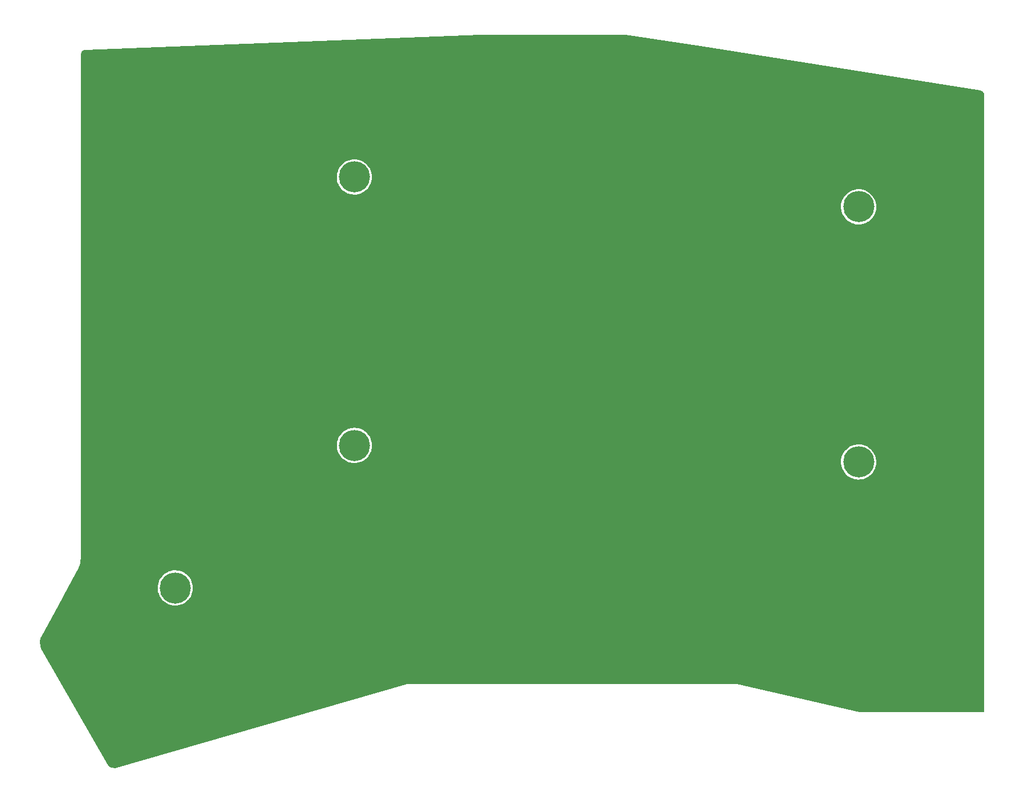
<source format=gtl>
G04 #@! TF.GenerationSoftware,KiCad,Pcbnew,(6.0.11-0)*
G04 #@! TF.CreationDate,2023-05-27T14:14:42+01:00*
G04 #@! TF.ProjectId,SofleKeyboardBottomPlate,536f666c-654b-4657-9962-6f617264426f,rev?*
G04 #@! TF.SameCoordinates,Original*
G04 #@! TF.FileFunction,Copper,L1,Top*
G04 #@! TF.FilePolarity,Positive*
%FSLAX46Y46*%
G04 Gerber Fmt 4.6, Leading zero omitted, Abs format (unit mm)*
G04 Created by KiCad (PCBNEW (6.0.11-0)) date 2023-05-27 14:14:42*
%MOMM*%
%LPD*%
G01*
G04 APERTURE LIST*
G04 #@! TA.AperFunction,ComponentPad*
%ADD10C,4.700000*%
G04 #@! TD*
G04 APERTURE END LIST*
D10*
X206725000Y-62175000D03*
X130725000Y-57675000D03*
X206725000Y-100675000D03*
X130725000Y-98175000D03*
X103725000Y-119675000D03*
G04 #@! TA.AperFunction,NonConductor*
G36*
X171644889Y-36185040D02*
G01*
X182845363Y-37952230D01*
X225091667Y-44617774D01*
X225103280Y-44620171D01*
X225220781Y-44650253D01*
X225242034Y-44657776D01*
X225324081Y-44695385D01*
X225343329Y-44706350D01*
X225416701Y-44757181D01*
X225433497Y-44771116D01*
X225496921Y-44833770D01*
X225510996Y-44850304D01*
X225562740Y-44922943D01*
X225573807Y-44941733D01*
X225612288Y-45022287D01*
X225620047Y-45043054D01*
X225644070Y-45130045D01*
X225648101Y-45152206D01*
X225659166Y-45274229D01*
X225659681Y-45285608D01*
X225659453Y-59593022D01*
X225658202Y-138298321D01*
X225638199Y-138366441D01*
X225584542Y-138412933D01*
X225532202Y-138424319D01*
X213001281Y-138424320D01*
X206903895Y-138424320D01*
X206875781Y-138421144D01*
X188401937Y-134192558D01*
X188388822Y-134188037D01*
X188388787Y-134188151D01*
X188380205Y-134185527D01*
X188372080Y-134181713D01*
X188363217Y-134180333D01*
X188363206Y-134180330D01*
X188321686Y-134173867D01*
X188312962Y-134172192D01*
X188299767Y-134169172D01*
X188295308Y-134168802D01*
X188295301Y-134168801D01*
X188287362Y-134168143D01*
X188286601Y-134168080D01*
X188277643Y-134167012D01*
X188261493Y-134164498D01*
X188252783Y-134164498D01*
X188248659Y-134164499D01*
X188238245Y-134164068D01*
X188191367Y-134160179D01*
X188182572Y-134161978D01*
X188182198Y-134162000D01*
X188157484Y-134164503D01*
X138929736Y-134166498D01*
X138909853Y-134164919D01*
X138896316Y-134162756D01*
X138896315Y-134162756D01*
X138887447Y-134161339D01*
X138849654Y-134166128D01*
X138845883Y-134166501D01*
X138842594Y-134166501D01*
X138812087Y-134170872D01*
X138810094Y-134171141D01*
X138803667Y-134171955D01*
X138776417Y-134175408D01*
X138773242Y-134176323D01*
X138769619Y-134176955D01*
X138734921Y-134181926D01*
X138718175Y-134189541D01*
X138710691Y-134192944D01*
X138693418Y-134199321D01*
X94627098Y-146895212D01*
X94569675Y-146898105D01*
X94210327Y-146832769D01*
X94193022Y-146828335D01*
X93903714Y-146731898D01*
X93861559Y-146708030D01*
X93688549Y-146559736D01*
X93661359Y-146526947D01*
X83502398Y-128885044D01*
X83490902Y-128858373D01*
X83381114Y-128492413D01*
X83376235Y-128466671D01*
X83333935Y-127959072D01*
X83333500Y-127948608D01*
X83333500Y-127637826D01*
X83335947Y-127613115D01*
X83373610Y-127424800D01*
X83404985Y-127267924D01*
X83417648Y-127232807D01*
X83560648Y-126967765D01*
X86070454Y-122315968D01*
X87510351Y-119647194D01*
X101069801Y-119647194D01*
X101085691Y-119966382D01*
X101086332Y-119970113D01*
X101086333Y-119970121D01*
X101099261Y-120045354D01*
X101139812Y-120281350D01*
X101231381Y-120587535D01*
X101232894Y-120591006D01*
X101232896Y-120591012D01*
X101320261Y-120791459D01*
X101359070Y-120880501D01*
X101521031Y-121156006D01*
X101523332Y-121159021D01*
X101712617Y-121407044D01*
X101712622Y-121407049D01*
X101714917Y-121410057D01*
X101937920Y-121638976D01*
X102006408Y-121694140D01*
X102183856Y-121837068D01*
X102183861Y-121837072D01*
X102186809Y-121839446D01*
X102457979Y-122008563D01*
X102747502Y-122143877D01*
X102751112Y-122145060D01*
X102751116Y-122145062D01*
X102933863Y-122204970D01*
X103051185Y-122243430D01*
X103364628Y-122305777D01*
X103368400Y-122306064D01*
X103368408Y-122306065D01*
X103679515Y-122329730D01*
X103679520Y-122329730D01*
X103683292Y-122330017D01*
X104002559Y-122315799D01*
X104006297Y-122315177D01*
X104006305Y-122315176D01*
X104314072Y-122263949D01*
X104314080Y-122263947D01*
X104317806Y-122263327D01*
X104624466Y-122173363D01*
X104918097Y-122047209D01*
X104921375Y-122045305D01*
X104921381Y-122045302D01*
X105082126Y-121951933D01*
X105194445Y-121886693D01*
X105449509Y-121694140D01*
X105679592Y-121472339D01*
X105730298Y-121410057D01*
X105878965Y-121227447D01*
X105881362Y-121224503D01*
X106051897Y-120954222D01*
X106188725Y-120665411D01*
X106213547Y-120591012D01*
X106288669Y-120365841D01*
X106289866Y-120362254D01*
X106353854Y-120049141D01*
X106379763Y-119730609D01*
X106380345Y-119675000D01*
X106378898Y-119650986D01*
X106361341Y-119359773D01*
X106361341Y-119359769D01*
X106361113Y-119355995D01*
X106303697Y-119041611D01*
X106208927Y-118736402D01*
X106078176Y-118444789D01*
X105913339Y-118170996D01*
X105911012Y-118168012D01*
X105911007Y-118168005D01*
X105719140Y-117921984D01*
X105719138Y-117921981D01*
X105716804Y-117918989D01*
X105491416Y-117692418D01*
X105360725Y-117589390D01*
X105243419Y-117496913D01*
X105243412Y-117496908D01*
X105240441Y-117494566D01*
X104967515Y-117328297D01*
X104676591Y-117196022D01*
X104371882Y-117099655D01*
X104232342Y-117073415D01*
X104061527Y-117041293D01*
X104061522Y-117041292D01*
X104057803Y-117040593D01*
X103738903Y-117019691D01*
X103735124Y-117019899D01*
X103735122Y-117019899D01*
X103638214Y-117025232D01*
X103419802Y-117037253D01*
X103416075Y-117037914D01*
X103416071Y-117037914D01*
X103162324Y-117082884D01*
X103105122Y-117093022D01*
X103101497Y-117094127D01*
X103101492Y-117094128D01*
X102863656Y-117166616D01*
X102799421Y-117186193D01*
X102507127Y-117315415D01*
X102232475Y-117478816D01*
X102229474Y-117481132D01*
X102229470Y-117481134D01*
X101982445Y-117671712D01*
X101979442Y-117674029D01*
X101751694Y-117898227D01*
X101552530Y-118148163D01*
X101384835Y-118420215D01*
X101251038Y-118710443D01*
X101153078Y-119014643D01*
X101152359Y-119018359D01*
X101152357Y-119018367D01*
X101147860Y-119041611D01*
X101092372Y-119328408D01*
X101092105Y-119332184D01*
X101092104Y-119332189D01*
X101090151Y-119359773D01*
X101069801Y-119647194D01*
X87510351Y-119647194D01*
X89138639Y-116629247D01*
X89140822Y-116625739D01*
X89143573Y-116622849D01*
X89175260Y-116561417D01*
X89176351Y-116559349D01*
X89187727Y-116538264D01*
X89189857Y-116534317D01*
X89191091Y-116530963D01*
X89192534Y-116527975D01*
X89192645Y-116527712D01*
X89194878Y-116523383D01*
X89203898Y-116496323D01*
X89205181Y-116492664D01*
X89224312Y-116440664D01*
X89224313Y-116440662D01*
X89227413Y-116432234D01*
X89227851Y-116425800D01*
X89229848Y-116418473D01*
X89384463Y-115954629D01*
X89388539Y-115944021D01*
X89391023Y-115938337D01*
X89395746Y-115930706D01*
X89410965Y-115875660D01*
X89412872Y-115869403D01*
X89417535Y-115855414D01*
X89418952Y-115851162D01*
X89419752Y-115846752D01*
X89419755Y-115846741D01*
X89420258Y-115843970D01*
X89422787Y-115832901D01*
X89424270Y-115827535D01*
X89425570Y-115822835D01*
X89426132Y-115817984D01*
X89427712Y-115804345D01*
X89428899Y-115796345D01*
X89438373Y-115744137D01*
X89437432Y-115735204D01*
X89437766Y-115726238D01*
X89438152Y-115726252D01*
X89438216Y-115713606D01*
X89449728Y-115614182D01*
X89503835Y-115146853D01*
X89504497Y-115141970D01*
X89508010Y-115119407D01*
X89508758Y-115114605D01*
X89508758Y-115109740D01*
X89508810Y-115109068D01*
X89508881Y-115105868D01*
X89509067Y-115101666D01*
X89509582Y-115097213D01*
X89508803Y-115068346D01*
X89508757Y-115064949D01*
X89508445Y-98147194D01*
X128069801Y-98147194D01*
X128085691Y-98466382D01*
X128086332Y-98470113D01*
X128086333Y-98470121D01*
X128124531Y-98692418D01*
X128139812Y-98781350D01*
X128140900Y-98784989D01*
X128140901Y-98784992D01*
X128181871Y-98921984D01*
X128231381Y-99087535D01*
X128232894Y-99091006D01*
X128232896Y-99091012D01*
X128267757Y-99170996D01*
X128359070Y-99380501D01*
X128360993Y-99383773D01*
X128360995Y-99383776D01*
X128384443Y-99423662D01*
X128521031Y-99656006D01*
X128523332Y-99659021D01*
X128712617Y-99907044D01*
X128712622Y-99907049D01*
X128714917Y-99910057D01*
X128717561Y-99912771D01*
X128839554Y-100038000D01*
X128937920Y-100138976D01*
X129006408Y-100194140D01*
X129183856Y-100337068D01*
X129183861Y-100337072D01*
X129186809Y-100339446D01*
X129457979Y-100508563D01*
X129747502Y-100643877D01*
X129751112Y-100645060D01*
X129751116Y-100645062D01*
X129933863Y-100704970D01*
X130051185Y-100743430D01*
X130364628Y-100805777D01*
X130368400Y-100806064D01*
X130368408Y-100806065D01*
X130679515Y-100829730D01*
X130679520Y-100829730D01*
X130683292Y-100830017D01*
X131002559Y-100815799D01*
X131006297Y-100815177D01*
X131006305Y-100815176D01*
X131314072Y-100763949D01*
X131314080Y-100763947D01*
X131317806Y-100763327D01*
X131624466Y-100673363D01*
X131685376Y-100647194D01*
X204069801Y-100647194D01*
X204085691Y-100966382D01*
X204086332Y-100970113D01*
X204086333Y-100970121D01*
X204099261Y-101045354D01*
X204139812Y-101281350D01*
X204231381Y-101587535D01*
X204232894Y-101591006D01*
X204232896Y-101591012D01*
X204320261Y-101791459D01*
X204359070Y-101880501D01*
X204521031Y-102156006D01*
X204523332Y-102159021D01*
X204712617Y-102407044D01*
X204712622Y-102407049D01*
X204714917Y-102410057D01*
X204937920Y-102638976D01*
X205006408Y-102694140D01*
X205183856Y-102837068D01*
X205183861Y-102837072D01*
X205186809Y-102839446D01*
X205457979Y-103008563D01*
X205747502Y-103143877D01*
X205751112Y-103145060D01*
X205751116Y-103145062D01*
X205933863Y-103204970D01*
X206051185Y-103243430D01*
X206364628Y-103305777D01*
X206368400Y-103306064D01*
X206368408Y-103306065D01*
X206679515Y-103329730D01*
X206679520Y-103329730D01*
X206683292Y-103330017D01*
X207002559Y-103315799D01*
X207006297Y-103315177D01*
X207006305Y-103315176D01*
X207314072Y-103263949D01*
X207314080Y-103263947D01*
X207317806Y-103263327D01*
X207624466Y-103173363D01*
X207918097Y-103047209D01*
X207921375Y-103045305D01*
X207921381Y-103045302D01*
X208082126Y-102951933D01*
X208194445Y-102886693D01*
X208449509Y-102694140D01*
X208679592Y-102472339D01*
X208730298Y-102410057D01*
X208878965Y-102227447D01*
X208881362Y-102224503D01*
X209051897Y-101954222D01*
X209188725Y-101665411D01*
X209213547Y-101591012D01*
X209288669Y-101365841D01*
X209289866Y-101362254D01*
X209353854Y-101049141D01*
X209379763Y-100730609D01*
X209380345Y-100675000D01*
X209380157Y-100671869D01*
X209361341Y-100359773D01*
X209361341Y-100359769D01*
X209361113Y-100355995D01*
X209331971Y-100196425D01*
X209304377Y-100045333D01*
X209304376Y-100045329D01*
X209303697Y-100041611D01*
X209282188Y-99972339D01*
X209210049Y-99740017D01*
X209208927Y-99736402D01*
X209078176Y-99444789D01*
X208913339Y-99170996D01*
X208911012Y-99168012D01*
X208911007Y-99168005D01*
X208719140Y-98921984D01*
X208719138Y-98921981D01*
X208716804Y-98918989D01*
X208491416Y-98692418D01*
X208360725Y-98589390D01*
X208243419Y-98496913D01*
X208243412Y-98496908D01*
X208240441Y-98494566D01*
X207967515Y-98328297D01*
X207676591Y-98196022D01*
X207371882Y-98099655D01*
X207232342Y-98073415D01*
X207061527Y-98041293D01*
X207061522Y-98041292D01*
X207057803Y-98040593D01*
X206738903Y-98019691D01*
X206735124Y-98019899D01*
X206735122Y-98019899D01*
X206638214Y-98025232D01*
X206419802Y-98037253D01*
X206416075Y-98037914D01*
X206416071Y-98037914D01*
X206162324Y-98082884D01*
X206105122Y-98093022D01*
X206101497Y-98094127D01*
X206101492Y-98094128D01*
X205914938Y-98150986D01*
X205799421Y-98186193D01*
X205507127Y-98315415D01*
X205232475Y-98478816D01*
X205229474Y-98481132D01*
X205229470Y-98481134D01*
X204982445Y-98671712D01*
X204979442Y-98674029D01*
X204976744Y-98676685D01*
X204788237Y-98862254D01*
X204751694Y-98898227D01*
X204552530Y-99148163D01*
X204384835Y-99420215D01*
X204251038Y-99710443D01*
X204153078Y-100014643D01*
X204152359Y-100018359D01*
X204152357Y-100018367D01*
X204093091Y-100324690D01*
X204092372Y-100328408D01*
X204092105Y-100332184D01*
X204092104Y-100332189D01*
X204090151Y-100359773D01*
X204069801Y-100647194D01*
X131685376Y-100647194D01*
X131918097Y-100547209D01*
X131921375Y-100545305D01*
X131921381Y-100545302D01*
X132082126Y-100451933D01*
X132194445Y-100386693D01*
X132449509Y-100194140D01*
X132679592Y-99972339D01*
X132730298Y-99910057D01*
X132810706Y-99811291D01*
X132881362Y-99724503D01*
X133051897Y-99454222D01*
X133188725Y-99165411D01*
X133194480Y-99148163D01*
X133238914Y-99014976D01*
X133289866Y-98862254D01*
X133353854Y-98549141D01*
X133379763Y-98230609D01*
X133380228Y-98186193D01*
X133380322Y-98177221D01*
X133380322Y-98177214D01*
X133380345Y-98175000D01*
X133378898Y-98150986D01*
X133361341Y-97859773D01*
X133361341Y-97859769D01*
X133361113Y-97855995D01*
X133303697Y-97541611D01*
X133208927Y-97236402D01*
X133078176Y-96944789D01*
X132913339Y-96670996D01*
X132911012Y-96668012D01*
X132911007Y-96668005D01*
X132719140Y-96421984D01*
X132719138Y-96421981D01*
X132716804Y-96418989D01*
X132491416Y-96192418D01*
X132360725Y-96089390D01*
X132243419Y-95996913D01*
X132243412Y-95996908D01*
X132240441Y-95994566D01*
X131967515Y-95828297D01*
X131676591Y-95696022D01*
X131371882Y-95599655D01*
X131232342Y-95573415D01*
X131061527Y-95541293D01*
X131061522Y-95541292D01*
X131057803Y-95540593D01*
X130738903Y-95519691D01*
X130735124Y-95519899D01*
X130735122Y-95519899D01*
X130638214Y-95525232D01*
X130419802Y-95537253D01*
X130416075Y-95537914D01*
X130416071Y-95537914D01*
X130162324Y-95582884D01*
X130105122Y-95593022D01*
X130101497Y-95594127D01*
X130101492Y-95594128D01*
X129863656Y-95666616D01*
X129799421Y-95686193D01*
X129507127Y-95815415D01*
X129232475Y-95978816D01*
X129229474Y-95981132D01*
X129229470Y-95981134D01*
X128982445Y-96171712D01*
X128979442Y-96174029D01*
X128751694Y-96398227D01*
X128552530Y-96648163D01*
X128384835Y-96920215D01*
X128251038Y-97210443D01*
X128153078Y-97514643D01*
X128152359Y-97518359D01*
X128152357Y-97518367D01*
X128147860Y-97541611D01*
X128092372Y-97828408D01*
X128092105Y-97832184D01*
X128092104Y-97832189D01*
X128070069Y-98143405D01*
X128069801Y-98147194D01*
X89508445Y-98147194D01*
X89507821Y-64337068D01*
X89507781Y-62147194D01*
X204069801Y-62147194D01*
X204085691Y-62466382D01*
X204086332Y-62470113D01*
X204086333Y-62470121D01*
X204099261Y-62545354D01*
X204139812Y-62781350D01*
X204231381Y-63087535D01*
X204232894Y-63091006D01*
X204232896Y-63091012D01*
X204320261Y-63291459D01*
X204359070Y-63380501D01*
X204521031Y-63656006D01*
X204523332Y-63659021D01*
X204712617Y-63907044D01*
X204712622Y-63907049D01*
X204714917Y-63910057D01*
X204937920Y-64138976D01*
X205006408Y-64194140D01*
X205183856Y-64337068D01*
X205183861Y-64337072D01*
X205186809Y-64339446D01*
X205457979Y-64508563D01*
X205747502Y-64643877D01*
X205751112Y-64645060D01*
X205751116Y-64645062D01*
X205933863Y-64704970D01*
X206051185Y-64743430D01*
X206364628Y-64805777D01*
X206368400Y-64806064D01*
X206368408Y-64806065D01*
X206679515Y-64829730D01*
X206679520Y-64829730D01*
X206683292Y-64830017D01*
X207002559Y-64815799D01*
X207006297Y-64815177D01*
X207006305Y-64815176D01*
X207314072Y-64763949D01*
X207314080Y-64763947D01*
X207317806Y-64763327D01*
X207624466Y-64673363D01*
X207918097Y-64547209D01*
X207921375Y-64545305D01*
X207921381Y-64545302D01*
X208082126Y-64451933D01*
X208194445Y-64386693D01*
X208449509Y-64194140D01*
X208679592Y-63972339D01*
X208730298Y-63910057D01*
X208878965Y-63727447D01*
X208881362Y-63724503D01*
X209051897Y-63454222D01*
X209188725Y-63165411D01*
X209213547Y-63091012D01*
X209288669Y-62865841D01*
X209289866Y-62862254D01*
X209353854Y-62549141D01*
X209379763Y-62230609D01*
X209380345Y-62175000D01*
X209378898Y-62150986D01*
X209361341Y-61859773D01*
X209361341Y-61859769D01*
X209361113Y-61855995D01*
X209303697Y-61541611D01*
X209208927Y-61236402D01*
X209078176Y-60944789D01*
X208913339Y-60670996D01*
X208911012Y-60668012D01*
X208911007Y-60668005D01*
X208719140Y-60421984D01*
X208719138Y-60421981D01*
X208716804Y-60418989D01*
X208491416Y-60192418D01*
X208304800Y-60045302D01*
X208243419Y-59996913D01*
X208243412Y-59996908D01*
X208240441Y-59994566D01*
X207967515Y-59828297D01*
X207676591Y-59696022D01*
X207371882Y-59599655D01*
X207232342Y-59573415D01*
X207061527Y-59541293D01*
X207061522Y-59541292D01*
X207057803Y-59540593D01*
X206738903Y-59519691D01*
X206735124Y-59519899D01*
X206735122Y-59519899D01*
X206638214Y-59525232D01*
X206419802Y-59537253D01*
X206416075Y-59537914D01*
X206416071Y-59537914D01*
X206162324Y-59582884D01*
X206105122Y-59593022D01*
X206101497Y-59594127D01*
X206101492Y-59594128D01*
X205963271Y-59636255D01*
X205799421Y-59686193D01*
X205507127Y-59815415D01*
X205232475Y-59978816D01*
X205229474Y-59981132D01*
X205229470Y-59981134D01*
X204982445Y-60171712D01*
X204979442Y-60174029D01*
X204976744Y-60176685D01*
X204821276Y-60329730D01*
X204751694Y-60398227D01*
X204552530Y-60648163D01*
X204384835Y-60920215D01*
X204251038Y-61210443D01*
X204153078Y-61514643D01*
X204152359Y-61518359D01*
X204152357Y-61518367D01*
X204147860Y-61541611D01*
X204092372Y-61828408D01*
X204092105Y-61832184D01*
X204092104Y-61832189D01*
X204090151Y-61859773D01*
X204069801Y-62147194D01*
X89507781Y-62147194D01*
X89507698Y-57647194D01*
X128069801Y-57647194D01*
X128085691Y-57966382D01*
X128086332Y-57970113D01*
X128086333Y-57970121D01*
X128099261Y-58045354D01*
X128139812Y-58281350D01*
X128231381Y-58587535D01*
X128232894Y-58591006D01*
X128232896Y-58591012D01*
X128320261Y-58791459D01*
X128359070Y-58880501D01*
X128521031Y-59156006D01*
X128523332Y-59159021D01*
X128712617Y-59407044D01*
X128712622Y-59407049D01*
X128714917Y-59410057D01*
X128717561Y-59412771D01*
X128900732Y-59600801D01*
X128937920Y-59638976D01*
X129065464Y-59741707D01*
X129183856Y-59837068D01*
X129183861Y-59837072D01*
X129186809Y-59839446D01*
X129457979Y-60008563D01*
X129747502Y-60143877D01*
X129751112Y-60145060D01*
X129751116Y-60145062D01*
X129903768Y-60195104D01*
X130051185Y-60243430D01*
X130364628Y-60305777D01*
X130368400Y-60306064D01*
X130368408Y-60306065D01*
X130679515Y-60329730D01*
X130679520Y-60329730D01*
X130683292Y-60330017D01*
X131002559Y-60315799D01*
X131006297Y-60315177D01*
X131006305Y-60315176D01*
X131314072Y-60263949D01*
X131314080Y-60263947D01*
X131317806Y-60263327D01*
X131624466Y-60173363D01*
X131918097Y-60047209D01*
X131921375Y-60045305D01*
X131921381Y-60045302D01*
X132082126Y-59951933D01*
X132194445Y-59886693D01*
X132449509Y-59694140D01*
X132679592Y-59472339D01*
X132730298Y-59410057D01*
X132878965Y-59227447D01*
X132881362Y-59224503D01*
X133051897Y-58954222D01*
X133188725Y-58665411D01*
X133213547Y-58591012D01*
X133288669Y-58365841D01*
X133289866Y-58362254D01*
X133353854Y-58049141D01*
X133379763Y-57730609D01*
X133380345Y-57675000D01*
X133378898Y-57650986D01*
X133361341Y-57359773D01*
X133361341Y-57359769D01*
X133361113Y-57355995D01*
X133303697Y-57041611D01*
X133208927Y-56736402D01*
X133078176Y-56444789D01*
X132913339Y-56170996D01*
X132911012Y-56168012D01*
X132911007Y-56168005D01*
X132719140Y-55921984D01*
X132719138Y-55921981D01*
X132716804Y-55918989D01*
X132491416Y-55692418D01*
X132360725Y-55589390D01*
X132243419Y-55496913D01*
X132243412Y-55496908D01*
X132240441Y-55494566D01*
X131967515Y-55328297D01*
X131676591Y-55196022D01*
X131371882Y-55099655D01*
X131232342Y-55073415D01*
X131061527Y-55041293D01*
X131061522Y-55041292D01*
X131057803Y-55040593D01*
X130738903Y-55019691D01*
X130735124Y-55019899D01*
X130735122Y-55019899D01*
X130638214Y-55025232D01*
X130419802Y-55037253D01*
X130416075Y-55037914D01*
X130416071Y-55037914D01*
X130162324Y-55082884D01*
X130105122Y-55093022D01*
X130101497Y-55094127D01*
X130101492Y-55094128D01*
X129863656Y-55166616D01*
X129799421Y-55186193D01*
X129507127Y-55315415D01*
X129232475Y-55478816D01*
X129229474Y-55481132D01*
X129229470Y-55481134D01*
X128982445Y-55671712D01*
X128979442Y-55674029D01*
X128751694Y-55898227D01*
X128552530Y-56148163D01*
X128384835Y-56420215D01*
X128251038Y-56710443D01*
X128153078Y-57014643D01*
X128152359Y-57018359D01*
X128152357Y-57018367D01*
X128147860Y-57041611D01*
X128092372Y-57328408D01*
X128092105Y-57332184D01*
X128092104Y-57332189D01*
X128090151Y-57359773D01*
X128069801Y-57647194D01*
X89507698Y-57647194D01*
X89507357Y-39184324D01*
X89507992Y-39171689D01*
X89511411Y-39137772D01*
X89521793Y-39034760D01*
X89526821Y-39010045D01*
X89534889Y-38984050D01*
X89556500Y-38914423D01*
X89566096Y-38891670D01*
X89613271Y-38804755D01*
X89626821Y-38784673D01*
X89689789Y-38708354D01*
X89706790Y-38691353D01*
X89783102Y-38628389D01*
X89803184Y-38614839D01*
X89890110Y-38567657D01*
X89912859Y-38558061D01*
X89927724Y-38553446D01*
X90008487Y-38528374D01*
X90033198Y-38523346D01*
X90182462Y-38508297D01*
X90190181Y-38507757D01*
X149732462Y-36183596D01*
X149737378Y-36183500D01*
X171625253Y-36183500D01*
X171644889Y-36185040D01*
G37*
G04 #@! TD.AperFunction*
M02*

</source>
